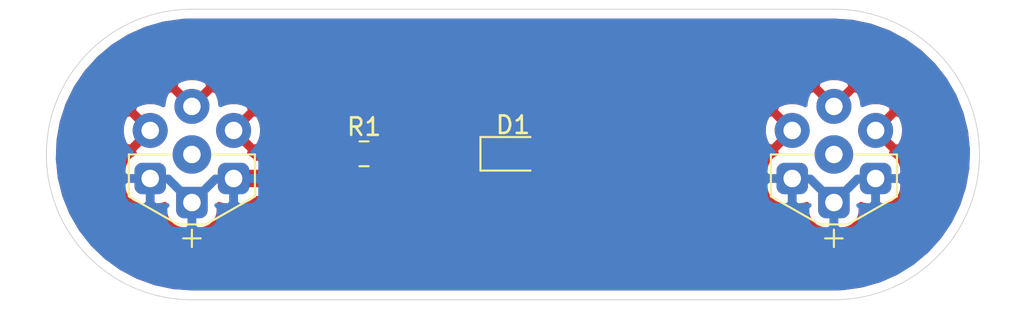
<source format=kicad_pcb>
(kicad_pcb (version 20171130) (host pcbnew "(5.1.5)-3")

  (general
    (thickness 1.6)
    (drawings 4)
    (tracks 15)
    (zones 0)
    (modules 4)
    (nets 4)
  )

  (page A4)
  (layers
    (0 F.Cu signal)
    (31 B.Cu signal)
    (32 B.Adhes user)
    (33 F.Adhes user)
    (34 B.Paste user)
    (35 F.Paste user)
    (36 B.SilkS user)
    (37 F.SilkS user)
    (38 B.Mask user hide)
    (39 F.Mask user)
    (40 Dwgs.User user)
    (41 Cmts.User user)
    (42 Eco1.User user hide)
    (43 Eco2.User user hide)
    (44 Edge.Cuts user)
    (45 Margin user)
    (46 B.CrtYd user)
    (47 F.CrtYd user)
    (48 B.Fab user)
    (49 F.Fab user)
  )

  (setup
    (last_trace_width 1)
    (user_trace_width 0.5)
    (user_trace_width 0.75)
    (user_trace_width 1)
    (trace_clearance 0.2)
    (zone_clearance 0.508)
    (zone_45_only no)
    (trace_min 0.2)
    (via_size 0.8)
    (via_drill 0.4)
    (via_min_size 0.4)
    (via_min_drill 0.3)
    (uvia_size 0.3)
    (uvia_drill 0.1)
    (uvias_allowed no)
    (uvia_min_size 0.2)
    (uvia_min_drill 0.1)
    (edge_width 0.05)
    (segment_width 0.2)
    (pcb_text_width 0.3)
    (pcb_text_size 1.5 1.5)
    (mod_edge_width 0.12)
    (mod_text_size 1 1)
    (mod_text_width 0.15)
    (pad_size 1.8 1.8)
    (pad_drill 1)
    (pad_to_mask_clearance 0.051)
    (solder_mask_min_width 0.25)
    (aux_axis_origin 0 0)
    (visible_elements 7FFFFFFF)
    (pcbplotparams
      (layerselection 0x010f0_ffffffff)
      (usegerberextensions false)
      (usegerberattributes false)
      (usegerberadvancedattributes false)
      (creategerberjobfile false)
      (excludeedgelayer true)
      (linewidth 0.100000)
      (plotframeref false)
      (viasonmask false)
      (mode 1)
      (useauxorigin false)
      (hpglpennumber 1)
      (hpglpenspeed 20)
      (hpglpendiameter 15.000000)
      (psnegative false)
      (psa4output false)
      (plotreference true)
      (plotvalue false)
      (plotinvisibletext false)
      (padsonsilk true)
      (subtractmaskfromsilk false)
      (outputformat 1)
      (mirror false)
      (drillshape 0)
      (scaleselection 1)
      (outputdirectory "Gerbers/"))
  )

  (net 0 "")
  (net 1 "Net-(D1-Pad1)")
  (net 2 GND)
  (net 3 +5V)

  (net_class Default "This is the default net class."
    (clearance 0.2)
    (trace_width 0.25)
    (via_dia 0.8)
    (via_drill 0.4)
    (uvia_dia 0.3)
    (uvia_drill 0.1)
    (add_net +5V)
    (add_net GND)
    (add_net "Net-(D1-Pad1)")
  )

  (net_class Pad ""
    (clearance 0.1)
    (trace_width 0.25)
    (via_dia 0.8)
    (via_drill 0.4)
    (uvia_dia 0.3)
    (uvia_drill 0.1)
  )

  (module "Stacked desk light:Conn_hex" (layer F.Cu) (tedit 6027D00C) (tstamp 6026C4D0)
    (at 81.662804 99.939092 90)
    (path /602753EA)
    (fp_text reference H2 (at 0 4.1 90) (layer F.Fab)
      (effects (font (size 1 1) (thickness 0.15)))
    )
    (fp_text value Hex_Conn (at 0 -4.1 90) (layer F.Fab)
      (effects (font (size 1 1) (thickness 0.15)))
    )
    (fp_line (start -4 0.8) (end -2.4 3.6) (layer F.SilkS) (width 0.12))
    (fp_line (start -2.4 -3.6) (end -4 -0.8) (layer F.SilkS) (width 0.12))
    (fp_line (start -4 -0.8) (end -4 0.8) (layer F.SilkS) (width 0.12))
    (fp_line (start 0 3.6) (end -2.4 3.6) (layer F.SilkS) (width 0.12))
    (fp_line (start 0 -3.6) (end -2.4 -3.6) (layer F.SilkS) (width 0.12))
    (fp_line (start 0 3.6) (end 0 1.2) (layer F.SilkS) (width 0.12))
    (fp_line (start 0 -3.6) (end 0 -1.2) (layer F.SilkS) (width 0.12))
    (fp_line (start -5.3 0) (end -4.3 0) (layer F.SilkS) (width 0.12))
    (fp_line (start -4.8 -0.5) (end -4.8 0.5) (layer F.SilkS) (width 0.12))
    (fp_line (start 4 0) (end 2 3.464102) (layer F.CrtYd) (width 0.05))
    (fp_line (start 4 0) (end 2 -3.464102) (layer F.CrtYd) (width 0.05))
    (fp_line (start 2 -3.464102) (end -2 -3.464102) (layer F.CrtYd) (width 0.05))
    (fp_line (start -2 -3.464102) (end -4 0) (layer F.CrtYd) (width 0.05))
    (fp_line (start -4 0) (end -2 3.464102) (layer F.CrtYd) (width 0.05))
    (fp_line (start -2 3.464102) (end 2 3.464102) (layer F.CrtYd) (width 0.05))
    (fp_line (start 0 0) (end -2 -3.464102) (layer Dwgs.User) (width 0.05))
    (fp_line (start 0 0) (end 2 3.464102) (layer Dwgs.User) (width 0.05))
    (fp_line (start 0 0) (end 1.375 -2.38157) (layer Dwgs.User) (width 0.05))
    (fp_line (start 0 0) (end -1.375 2.38157) (layer Dwgs.User) (width 0.05))
    (pad "" thru_hole circle (at 0 0 90) (size 2.2 2.2) (drill 1) (layers *.Cu *.Mask))
    (pad 1 thru_hole circle (at 1.375 -2.38157 90) (size 2 2) (drill 1) (layers *.Cu *.Mask)
      (net 2 GND))
    (pad 2 thru_hole circle (at 2.75 0 90) (size 2 2) (drill 1) (layers *.Cu *.Mask)
      (net 2 GND))
    (pad 3 thru_hole circle (at 1.375 2.38157 90) (size 2 2) (drill 1) (layers *.Cu *.Mask)
      (net 2 GND))
    (pad 4 thru_hole roundrect (at -1.375 2.38157 90) (size 1.8 1.8) (drill 1) (layers *.Cu *.Mask) (roundrect_rratio 0.25)
      (net 3 +5V))
    (pad 5 thru_hole roundrect (at -2.75 0 90) (size 1.8 1.8) (drill 1) (layers *.Cu *.Mask) (roundrect_rratio 0.25)
      (net 3 +5V))
    (pad 6 thru_hole roundrect (at -1.375 -2.38157 90) (size 1.8 1.8) (drill 1) (layers *.Cu *.Mask) (roundrect_rratio 0.25)
      (net 3 +5V))
  )

  (module "Stacked desk light:Conn_hex" (layer F.Cu) (tedit 6027D00C) (tstamp 60265DE1)
    (at 118.337168 99.939092 90)
    (path /60265E79)
    (fp_text reference H1 (at 0 4.1 90) (layer F.Fab)
      (effects (font (size 1 1) (thickness 0.15)))
    )
    (fp_text value Hex_Conn (at 0 -4.1 90) (layer F.Fab)
      (effects (font (size 1 1) (thickness 0.15)))
    )
    (fp_line (start -4 0.8) (end -2.4 3.6) (layer F.SilkS) (width 0.12))
    (fp_line (start -2.4 -3.6) (end -4 -0.8) (layer F.SilkS) (width 0.12))
    (fp_line (start -4 -0.8) (end -4 0.8) (layer F.SilkS) (width 0.12))
    (fp_line (start 0 3.6) (end -2.4 3.6) (layer F.SilkS) (width 0.12))
    (fp_line (start 0 -3.6) (end -2.4 -3.6) (layer F.SilkS) (width 0.12))
    (fp_line (start 0 3.6) (end 0 1.2) (layer F.SilkS) (width 0.12))
    (fp_line (start 0 -3.6) (end 0 -1.2) (layer F.SilkS) (width 0.12))
    (fp_line (start -5.3 0) (end -4.3 0) (layer F.SilkS) (width 0.12))
    (fp_line (start -4.8 -0.5) (end -4.8 0.5) (layer F.SilkS) (width 0.12))
    (fp_line (start 4 0) (end 2 3.464102) (layer F.CrtYd) (width 0.05))
    (fp_line (start 4 0) (end 2 -3.464102) (layer F.CrtYd) (width 0.05))
    (fp_line (start 2 -3.464102) (end -2 -3.464102) (layer F.CrtYd) (width 0.05))
    (fp_line (start -2 -3.464102) (end -4 0) (layer F.CrtYd) (width 0.05))
    (fp_line (start -4 0) (end -2 3.464102) (layer F.CrtYd) (width 0.05))
    (fp_line (start -2 3.464102) (end 2 3.464102) (layer F.CrtYd) (width 0.05))
    (fp_line (start 0 0) (end -2 -3.464102) (layer Dwgs.User) (width 0.05))
    (fp_line (start 0 0) (end 2 3.464102) (layer Dwgs.User) (width 0.05))
    (fp_line (start 0 0) (end 1.375 -2.38157) (layer Dwgs.User) (width 0.05))
    (fp_line (start 0 0) (end -1.375 2.38157) (layer Dwgs.User) (width 0.05))
    (pad "" thru_hole circle (at 0 0 90) (size 2.2 2.2) (drill 1) (layers *.Cu *.Mask))
    (pad 1 thru_hole circle (at 1.375 -2.38157 90) (size 2 2) (drill 1) (layers *.Cu *.Mask)
      (net 2 GND))
    (pad 2 thru_hole circle (at 2.75 0 90) (size 2 2) (drill 1) (layers *.Cu *.Mask)
      (net 2 GND))
    (pad 3 thru_hole circle (at 1.375 2.38157 90) (size 2 2) (drill 1) (layers *.Cu *.Mask)
      (net 2 GND))
    (pad 4 thru_hole roundrect (at -1.375 2.38157 90) (size 1.8 1.8) (drill 1) (layers *.Cu *.Mask) (roundrect_rratio 0.25)
      (net 3 +5V))
    (pad 5 thru_hole roundrect (at -2.75 0 90) (size 1.8 1.8) (drill 1) (layers *.Cu *.Mask) (roundrect_rratio 0.25)
      (net 3 +5V))
    (pad 6 thru_hole roundrect (at -1.375 -2.38157 90) (size 1.8 1.8) (drill 1) (layers *.Cu *.Mask) (roundrect_rratio 0.25)
      (net 3 +5V))
  )

  (module Resistor_SMD:R_0805_2012Metric_Pad1.15x1.40mm_HandSolder (layer F.Cu) (tedit 5B36C52B) (tstamp 6021D82A)
    (at 91.495 99.9 180)
    (descr "Resistor SMD 0805 (2012 Metric), square (rectangular) end terminal, IPC_7351 nominal with elongated pad for handsoldering. (Body size source: https://docs.google.com/spreadsheets/d/1BsfQQcO9C6DZCsRaXUlFlo91Tg2WpOkGARC1WS5S8t0/edit?usp=sharing), generated with kicad-footprint-generator")
    (tags "resistor handsolder")
    (path /6022914C)
    (attr smd)
    (fp_text reference R1 (at -0.005 1.54) (layer F.SilkS)
      (effects (font (size 1 1) (thickness 0.15)))
    )
    (fp_text value 150 (at -0.005 -1.66) (layer F.Fab)
      (effects (font (size 1 1) (thickness 0.15)))
    )
    (fp_text user %R (at 0 0) (layer F.Fab)
      (effects (font (size 0.5 0.5) (thickness 0.08)))
    )
    (fp_line (start 1.85 0.95) (end -1.85 0.95) (layer F.CrtYd) (width 0.05))
    (fp_line (start 1.85 -0.95) (end 1.85 0.95) (layer F.CrtYd) (width 0.05))
    (fp_line (start -1.85 -0.95) (end 1.85 -0.95) (layer F.CrtYd) (width 0.05))
    (fp_line (start -1.85 0.95) (end -1.85 -0.95) (layer F.CrtYd) (width 0.05))
    (fp_line (start -0.261252 0.71) (end 0.261252 0.71) (layer F.SilkS) (width 0.12))
    (fp_line (start -0.261252 -0.71) (end 0.261252 -0.71) (layer F.SilkS) (width 0.12))
    (fp_line (start 1 0.6) (end -1 0.6) (layer F.Fab) (width 0.1))
    (fp_line (start 1 -0.6) (end 1 0.6) (layer F.Fab) (width 0.1))
    (fp_line (start -1 -0.6) (end 1 -0.6) (layer F.Fab) (width 0.1))
    (fp_line (start -1 0.6) (end -1 -0.6) (layer F.Fab) (width 0.1))
    (pad 2 smd roundrect (at 1.025 0 180) (size 1.15 1.4) (layers F.Cu F.Paste F.Mask) (roundrect_rratio 0.217391)
      (net 3 +5V))
    (pad 1 smd roundrect (at -1.025 0 180) (size 1.15 1.4) (layers F.Cu F.Paste F.Mask) (roundrect_rratio 0.217391)
      (net 1 "Net-(D1-Pad1)"))
    (model ${KISYS3DMOD}/Resistor_SMD.3dshapes/R_0805_2012Metric.wrl
      (at (xyz 0 0 0))
      (scale (xyz 1 1 1))
      (rotate (xyz 0 0 0))
    )
  )

  (module LED_SMD:LED_0805_2012Metric_Pad1.15x1.40mm_HandSolder (layer F.Cu) (tedit 5B4B45C9) (tstamp 6022F6F1)
    (at 100.005 99.9)
    (descr "LED SMD 0805 (2012 Metric), square (rectangular) end terminal, IPC_7351 nominal, (Body size source: https://docs.google.com/spreadsheets/d/1BsfQQcO9C6DZCsRaXUlFlo91Tg2WpOkGARC1WS5S8t0/edit?usp=sharing), generated with kicad-footprint-generator")
    (tags "LED handsolder")
    (path /60229134)
    (attr smd)
    (fp_text reference D1 (at 0 -1.65) (layer F.SilkS)
      (effects (font (size 1 1) (thickness 0.15)))
    )
    (fp_text value LED (at 0 1.65) (layer F.Fab)
      (effects (font (size 1 1) (thickness 0.15)))
    )
    (fp_text user %R (at 0 0) (layer F.Fab)
      (effects (font (size 0.5 0.5) (thickness 0.08)))
    )
    (fp_line (start 1.85 0.95) (end -1.85 0.95) (layer F.CrtYd) (width 0.05))
    (fp_line (start 1.85 -0.95) (end 1.85 0.95) (layer F.CrtYd) (width 0.05))
    (fp_line (start -1.85 -0.95) (end 1.85 -0.95) (layer F.CrtYd) (width 0.05))
    (fp_line (start -1.85 0.95) (end -1.85 -0.95) (layer F.CrtYd) (width 0.05))
    (fp_line (start -1.86 0.96) (end 1 0.96) (layer F.SilkS) (width 0.12))
    (fp_line (start -1.86 -0.96) (end -1.86 0.96) (layer F.SilkS) (width 0.12))
    (fp_line (start 1 -0.96) (end -1.86 -0.96) (layer F.SilkS) (width 0.12))
    (fp_line (start 1 0.6) (end 1 -0.6) (layer F.Fab) (width 0.1))
    (fp_line (start -1 0.6) (end 1 0.6) (layer F.Fab) (width 0.1))
    (fp_line (start -1 -0.3) (end -1 0.6) (layer F.Fab) (width 0.1))
    (fp_line (start -0.7 -0.6) (end -1 -0.3) (layer F.Fab) (width 0.1))
    (fp_line (start 1 -0.6) (end -0.7 -0.6) (layer F.Fab) (width 0.1))
    (pad 2 smd roundrect (at 1.025 0) (size 1.15 1.4) (layers F.Cu F.Paste F.Mask) (roundrect_rratio 0.217391)
      (net 2 GND))
    (pad 1 smd roundrect (at -1.025 0) (size 1.15 1.4) (layers F.Cu F.Paste F.Mask) (roundrect_rratio 0.217391)
      (net 1 "Net-(D1-Pad1)"))
    (model ${KISYS3DMOD}/LED_SMD.3dshapes/LED_0805_2012Metric.wrl
      (at (xyz 0 0 0))
      (scale (xyz 1 1 1))
      (rotate (xyz 0 0 0))
    )
  )

  (gr_line (start 81.662804 108.251903) (end 118.337168 108.251903) (layer Edge.Cuts) (width 0.05) (tstamp 6026C648))
  (gr_line (start 118.337168 91.626281) (end 81.662804 91.626281) (layer Edge.Cuts) (width 0.05) (tstamp 6026C647))
  (gr_arc (start 118.337168 99.939092) (end 118.337168 108.251903) (angle -180) (layer Edge.Cuts) (width 0.05) (tstamp 6026C642))
  (gr_arc (start 81.662804 99.939092) (end 81.662804 91.626281) (angle -180) (layer Edge.Cuts) (width 0.05))

  (segment (start 92.53 99.93) (end 92.52 99.94) (width 0.5) (layer F.Cu) (net 1))
  (segment (start 98.98 99.93) (end 92.53 99.93) (width 0.5) (layer F.Cu) (net 1))
  (segment (start 90.47 99.94) (end 90.47 100.64) (width 1) (layer F.Cu) (net 3))
  (segment (start 116.987168 101.339092) (end 118.337168 102.689092) (width 0.5) (layer B.Cu) (net 3))
  (segment (start 115.955598 101.339092) (end 116.987168 101.339092) (width 0.5) (layer B.Cu) (net 3))
  (segment (start 119.687168 101.339092) (end 118.337168 102.689092) (width 0.5) (layer B.Cu) (net 3))
  (segment (start 120.718738 101.339092) (end 119.687168 101.339092) (width 0.5) (layer B.Cu) (net 3))
  (segment (start 80.312804 101.339092) (end 81.662804 102.689092) (width 0.5) (layer B.Cu) (net 3))
  (segment (start 79.281234 101.339092) (end 80.312804 101.339092) (width 0.5) (layer B.Cu) (net 3))
  (segment (start 83.012804 101.339092) (end 81.662804 102.689092) (width 0.5) (layer B.Cu) (net 3))
  (segment (start 84.044374 101.339092) (end 83.012804 101.339092) (width 0.5) (layer B.Cu) (net 3))
  (segment (start 84.944374 101.314092) (end 84.948466 101.31) (width 1) (layer F.Cu) (net 3))
  (segment (start 84.044374 101.314092) (end 84.944374 101.314092) (width 1) (layer F.Cu) (net 3))
  (segment (start 89.8 101.31) (end 90.47 100.64) (width 1) (layer F.Cu) (net 3))
  (segment (start 84.948466 101.31) (end 89.8 101.31) (width 1) (layer F.Cu) (net 3))

  (zone (net 2) (net_name GND) (layer F.Cu) (tstamp 6026C5F3) (hatch edge 0.508)
    (connect_pads (clearance 0.508))
    (min_thickness 0.254)
    (fill yes (arc_segments 32) (thermal_gap 0.508) (thermal_bridge_width 0.508))
    (polygon
      (pts
        (xy 123.9 91.215) (xy 129.2 100) (xy 123.295 109.08) (xy 76.305 108.52) (xy 70.7 99.6)
        (xy 76.3 91.185)
      )
    )
    (filled_polygon
      (pts
        (xy 119.40201 92.362354) (xy 120.446123 92.584286) (xy 121.449193 92.949374) (xy 122.391691 93.450509) (xy 123.255261 94.077931)
        (xy 124.023116 94.81944) (xy 124.6803 95.660596) (xy 125.214023 96.585031) (xy 125.61389 97.574739) (xy 125.872129 98.610477)
        (xy 125.983707 99.672065) (xy 125.946454 100.738861) (xy 125.761094 101.790086) (xy 125.431237 102.80528) (xy 124.963303 103.764688)
        (xy 124.366397 104.649638) (xy 123.652136 105.442906) (xy 122.834434 106.12904) (xy 121.929188 106.694699) (xy 120.954033 107.128867)
        (xy 119.92794 107.423094) (xy 118.859439 107.573262) (xy 118.325646 107.591903) (xy 81.685848 107.591903) (xy 80.597961 107.51583)
        (xy 79.553849 107.293898) (xy 78.550779 106.92881) (xy 77.60829 106.42768) (xy 76.74471 105.800253) (xy 75.976856 105.058744)
        (xy 75.319672 104.217588) (xy 74.785951 103.293155) (xy 74.386082 102.303445) (xy 74.127843 101.267706) (xy 74.085422 100.864092)
        (xy 77.743162 100.864092) (xy 77.743162 101.764092) (xy 77.764069 101.976364) (xy 77.825987 102.180479) (xy 77.926535 102.368592)
        (xy 78.061851 102.533475) (xy 78.226734 102.668791) (xy 78.414847 102.769339) (xy 78.618962 102.831257) (xy 78.831234 102.852164)
        (xy 79.731234 102.852164) (xy 79.943506 102.831257) (xy 80.124732 102.776282) (xy 80.124732 103.139092) (xy 80.145639 103.351364)
        (xy 80.207557 103.555479) (xy 80.308105 103.743592) (xy 80.443421 103.908475) (xy 80.608304 104.043791) (xy 80.796417 104.144339)
        (xy 81.000532 104.206257) (xy 81.212804 104.227164) (xy 82.112804 104.227164) (xy 82.325076 104.206257) (xy 82.529191 104.144339)
        (xy 82.717304 104.043791) (xy 82.882187 103.908475) (xy 83.017503 103.743592) (xy 83.118051 103.555479) (xy 83.179969 103.351364)
        (xy 83.200876 103.139092) (xy 83.200876 102.776282) (xy 83.382102 102.831257) (xy 83.594374 102.852164) (xy 84.494374 102.852164)
        (xy 84.706646 102.831257) (xy 84.910761 102.769339) (xy 85.098874 102.668791) (xy 85.263757 102.533475) (xy 85.336367 102.445)
        (xy 89.744249 102.445) (xy 89.8 102.450491) (xy 89.855751 102.445) (xy 89.855752 102.445) (xy 90.022499 102.428577)
        (xy 90.236447 102.363676) (xy 90.433623 102.258284) (xy 90.606449 102.116449) (xy 90.641996 102.073135) (xy 91.233135 101.481996)
        (xy 91.276449 101.446449) (xy 91.418284 101.273623) (xy 91.523676 101.076447) (xy 91.554068 100.97626) (xy 91.557191 100.965964)
        (xy 91.567038 100.977962) (xy 91.701613 101.088405) (xy 91.855149 101.170472) (xy 92.021745 101.221008) (xy 92.194999 101.238072)
        (xy 92.845001 101.238072) (xy 93.018255 101.221008) (xy 93.184851 101.170472) (xy 93.338387 101.088405) (xy 93.472962 100.977962)
        (xy 93.583405 100.843387) (xy 93.598578 100.815) (xy 97.901422 100.815) (xy 97.916595 100.843387) (xy 98.027038 100.977962)
        (xy 98.161613 101.088405) (xy 98.315149 101.170472) (xy 98.481745 101.221008) (xy 98.654999 101.238072) (xy 99.305001 101.238072)
        (xy 99.478255 101.221008) (xy 99.644851 101.170472) (xy 99.798387 101.088405) (xy 99.932962 100.977962) (xy 99.938342 100.971406)
        (xy 100.003815 101.051185) (xy 100.100506 101.130537) (xy 100.21082 101.189502) (xy 100.330518 101.225812) (xy 100.455 101.238072)
        (xy 100.74425 101.235) (xy 100.903 101.07625) (xy 100.903 100.027) (xy 101.157 100.027) (xy 101.157 101.07625)
        (xy 101.31575 101.235) (xy 101.605 101.238072) (xy 101.729482 101.225812) (xy 101.84918 101.189502) (xy 101.959494 101.130537)
        (xy 102.056185 101.051185) (xy 102.135537 100.954494) (xy 102.183858 100.864092) (xy 114.417526 100.864092) (xy 114.417526 101.764092)
        (xy 114.438433 101.976364) (xy 114.500351 102.180479) (xy 114.600899 102.368592) (xy 114.736215 102.533475) (xy 114.901098 102.668791)
        (xy 115.089211 102.769339) (xy 115.293326 102.831257) (xy 115.505598 102.852164) (xy 116.405598 102.852164) (xy 116.61787 102.831257)
        (xy 116.799096 102.776282) (xy 116.799096 103.139092) (xy 116.820003 103.351364) (xy 116.881921 103.555479) (xy 116.982469 103.743592)
        (xy 117.117785 103.908475) (xy 117.282668 104.043791) (xy 117.470781 104.144339) (xy 117.674896 104.206257) (xy 117.887168 104.227164)
        (xy 118.787168 104.227164) (xy 118.99944 104.206257) (xy 119.203555 104.144339) (xy 119.391668 104.043791) (xy 119.556551 103.908475)
        (xy 119.691867 103.743592) (xy 119.792415 103.555479) (xy 119.854333 103.351364) (xy 119.87524 103.139092) (xy 119.87524 102.776282)
        (xy 120.056466 102.831257) (xy 120.268738 102.852164) (xy 121.168738 102.852164) (xy 121.38101 102.831257) (xy 121.585125 102.769339)
        (xy 121.773238 102.668791) (xy 121.938121 102.533475) (xy 122.073437 102.368592) (xy 122.173985 102.180479) (xy 122.235903 101.976364)
        (xy 122.25681 101.764092) (xy 122.25681 100.864092) (xy 122.235903 100.65182) (xy 122.173985 100.447705) (xy 122.073437 100.259592)
        (xy 121.938121 100.094709) (xy 121.773238 99.959393) (xy 121.611691 99.873045) (xy 121.674546 99.699505) (xy 120.718738 98.743697)
        (xy 120.704596 98.75784) (xy 120.524991 98.578235) (xy 120.539133 98.564092) (xy 120.898343 98.564092) (xy 121.854151 99.5199)
        (xy 122.118552 99.424136) (xy 122.259442 99.134521) (xy 122.341122 98.822984) (xy 122.360456 98.501497) (xy 122.316699 98.182417)
        (xy 122.211533 97.878004) (xy 122.118552 97.704048) (xy 121.854151 97.608284) (xy 120.898343 98.564092) (xy 120.539133 98.564092)
        (xy 120.524991 98.54995) (xy 120.704596 98.370345) (xy 120.718738 98.384487) (xy 121.674546 97.428679) (xy 121.578782 97.164278)
        (xy 121.289167 97.023388) (xy 120.97763 96.941708) (xy 120.656143 96.922374) (xy 120.337063 96.966131) (xy 120.03265 97.071297)
        (xy 119.975505 97.101842) (xy 119.935129 96.807417) (xy 119.829963 96.503004) (xy 119.736982 96.329048) (xy 119.472581 96.233284)
        (xy 118.516773 97.189092) (xy 118.530916 97.203235) (xy 118.351311 97.38284) (xy 118.337168 97.368697) (xy 118.323026 97.38284)
        (xy 118.143421 97.203235) (xy 118.157563 97.189092) (xy 117.201755 96.233284) (xy 116.937354 96.329048) (xy 116.796464 96.618663)
        (xy 116.714784 96.9302) (xy 116.703974 97.109954) (xy 116.526027 97.023388) (xy 116.21449 96.941708) (xy 115.893003 96.922374)
        (xy 115.573923 96.966131) (xy 115.26951 97.071297) (xy 115.095554 97.164278) (xy 114.99979 97.428679) (xy 115.955598 98.384487)
        (xy 115.969741 98.370345) (xy 116.149346 98.54995) (xy 116.135203 98.564092) (xy 116.149346 98.578235) (xy 115.969741 98.75784)
        (xy 115.955598 98.743697) (xy 114.99979 99.699505) (xy 115.062645 99.873045) (xy 114.901098 99.959393) (xy 114.736215 100.094709)
        (xy 114.600899 100.259592) (xy 114.500351 100.447705) (xy 114.438433 100.65182) (xy 114.417526 100.864092) (xy 102.183858 100.864092)
        (xy 102.194502 100.84418) (xy 102.230812 100.724482) (xy 102.243072 100.6) (xy 102.24 100.18575) (xy 102.08125 100.027)
        (xy 101.157 100.027) (xy 100.903 100.027) (xy 100.883 100.027) (xy 100.883 99.773) (xy 100.903 99.773)
        (xy 100.903 98.72375) (xy 101.157 98.72375) (xy 101.157 99.773) (xy 102.08125 99.773) (xy 102.24 99.61425)
        (xy 102.243072 99.2) (xy 102.230812 99.075518) (xy 102.194502 98.95582) (xy 102.135537 98.845506) (xy 102.056185 98.748815)
        (xy 101.959494 98.669463) (xy 101.879468 98.626687) (xy 114.31388 98.626687) (xy 114.357637 98.945767) (xy 114.462803 99.25018)
        (xy 114.555784 99.424136) (xy 114.820185 99.5199) (xy 115.775993 98.564092) (xy 114.820185 97.608284) (xy 114.555784 97.704048)
        (xy 114.414894 97.993663) (xy 114.333214 98.3052) (xy 114.31388 98.626687) (xy 101.879468 98.626687) (xy 101.84918 98.610498)
        (xy 101.729482 98.574188) (xy 101.605 98.561928) (xy 101.31575 98.565) (xy 101.157 98.72375) (xy 100.903 98.72375)
        (xy 100.74425 98.565) (xy 100.455 98.561928) (xy 100.330518 98.574188) (xy 100.21082 98.610498) (xy 100.100506 98.669463)
        (xy 100.003815 98.748815) (xy 99.938342 98.828594) (xy 99.932962 98.822038) (xy 99.798387 98.711595) (xy 99.644851 98.629528)
        (xy 99.478255 98.578992) (xy 99.305001 98.561928) (xy 98.654999 98.561928) (xy 98.481745 98.578992) (xy 98.315149 98.629528)
        (xy 98.161613 98.711595) (xy 98.027038 98.822038) (xy 97.916595 98.956613) (xy 97.869351 99.045) (xy 93.630649 99.045)
        (xy 93.583405 98.956613) (xy 93.472962 98.822038) (xy 93.338387 98.711595) (xy 93.184851 98.629528) (xy 93.018255 98.578992)
        (xy 92.845001 98.561928) (xy 92.194999 98.561928) (xy 92.021745 98.578992) (xy 91.855149 98.629528) (xy 91.701613 98.711595)
        (xy 91.567038 98.822038) (xy 91.495 98.909816) (xy 91.422962 98.822038) (xy 91.288387 98.711595) (xy 91.134851 98.629528)
        (xy 90.968255 98.578992) (xy 90.795001 98.561928) (xy 90.144999 98.561928) (xy 89.971745 98.578992) (xy 89.805149 98.629528)
        (xy 89.651613 98.711595) (xy 89.517038 98.822038) (xy 89.406595 98.956613) (xy 89.324528 99.110149) (xy 89.273992 99.276745)
        (xy 89.256928 99.449999) (xy 89.256928 100.175) (xy 85.32965 100.175) (xy 85.263757 100.094709) (xy 85.098874 99.959393)
        (xy 84.937327 99.873045) (xy 85.000182 99.699505) (xy 84.044374 98.743697) (xy 84.030232 98.75784) (xy 83.850627 98.578235)
        (xy 83.864769 98.564092) (xy 84.223979 98.564092) (xy 85.179787 99.5199) (xy 85.444188 99.424136) (xy 85.585078 99.134521)
        (xy 85.666758 98.822984) (xy 85.686092 98.501497) (xy 85.642335 98.182417) (xy 85.537169 97.878004) (xy 85.444188 97.704048)
        (xy 85.179787 97.608284) (xy 84.223979 98.564092) (xy 83.864769 98.564092) (xy 83.850627 98.54995) (xy 84.030232 98.370345)
        (xy 84.044374 98.384487) (xy 85.000182 97.428679) (xy 84.904418 97.164278) (xy 84.614803 97.023388) (xy 84.303266 96.941708)
        (xy 83.981779 96.922374) (xy 83.662699 96.966131) (xy 83.358286 97.071297) (xy 83.301141 97.101842) (xy 83.260765 96.807417)
        (xy 83.155599 96.503004) (xy 83.062618 96.329048) (xy 82.798217 96.233284) (xy 81.842409 97.189092) (xy 81.856552 97.203235)
        (xy 81.676947 97.38284) (xy 81.662804 97.368697) (xy 81.648662 97.38284) (xy 81.469057 97.203235) (xy 81.483199 97.189092)
        (xy 80.527391 96.233284) (xy 80.26299 96.329048) (xy 80.1221 96.618663) (xy 80.04042 96.9302) (xy 80.02961 97.109954)
        (xy 79.851663 97.023388) (xy 79.540126 96.941708) (xy 79.218639 96.922374) (xy 78.899559 96.966131) (xy 78.595146 97.071297)
        (xy 78.42119 97.164278) (xy 78.325426 97.428679) (xy 79.281234 98.384487) (xy 79.295377 98.370345) (xy 79.474982 98.54995)
        (xy 79.460839 98.564092) (xy 79.474982 98.578235) (xy 79.295377 98.75784) (xy 79.281234 98.743697) (xy 78.325426 99.699505)
        (xy 78.388281 99.873045) (xy 78.226734 99.959393) (xy 78.061851 100.094709) (xy 77.926535 100.259592) (xy 77.825987 100.447705)
        (xy 77.764069 100.65182) (xy 77.743162 100.864092) (xy 74.085422 100.864092) (xy 74.016266 100.206118) (xy 74.053518 99.139323)
        (xy 74.143909 98.626687) (xy 77.639516 98.626687) (xy 77.683273 98.945767) (xy 77.788439 99.25018) (xy 77.88142 99.424136)
        (xy 78.145821 99.5199) (xy 79.101629 98.564092) (xy 78.145821 97.608284) (xy 77.88142 97.704048) (xy 77.74053 97.993663)
        (xy 77.65885 98.3052) (xy 77.639516 98.626687) (xy 74.143909 98.626687) (xy 74.238878 98.088098) (xy 74.568735 97.072904)
        (xy 75.036669 96.113493) (xy 75.077014 96.053679) (xy 80.706996 96.053679) (xy 81.662804 97.009487) (xy 82.618612 96.053679)
        (xy 117.38136 96.053679) (xy 118.337168 97.009487) (xy 119.292976 96.053679) (xy 119.197212 95.789278) (xy 118.907597 95.648388)
        (xy 118.59606 95.566708) (xy 118.274573 95.547374) (xy 117.955493 95.591131) (xy 117.65108 95.696297) (xy 117.477124 95.789278)
        (xy 117.38136 96.053679) (xy 82.618612 96.053679) (xy 82.522848 95.789278) (xy 82.233233 95.648388) (xy 81.921696 95.566708)
        (xy 81.600209 95.547374) (xy 81.281129 95.591131) (xy 80.976716 95.696297) (xy 80.80276 95.789278) (xy 80.706996 96.053679)
        (xy 75.077014 96.053679) (xy 75.633575 95.228546) (xy 76.347836 94.435278) (xy 77.165539 93.749144) (xy 78.070783 93.183485)
        (xy 79.045937 92.749318) (xy 80.072032 92.45509) (xy 81.140535 92.304922) (xy 81.674326 92.286281) (xy 118.314124 92.286281)
      )
    )
  )
  (zone (net 3) (net_name +5V) (layer B.Cu) (tstamp 6026C5F0) (hatch edge 0.508)
    (connect_pads (clearance 0.508))
    (min_thickness 0.254)
    (fill yes (arc_segments 32) (thermal_gap 0.508) (thermal_bridge_width 0.508))
    (polygon
      (pts
        (xy 123.2 91.1) (xy 129 100.1) (xy 123.2 108.9) (xy 76.3 108.9) (xy 70.9 99.7)
        (xy 76.4 91.5)
      )
    )
    (filled_polygon
      (pts
        (xy 119.40201 92.362354) (xy 120.446123 92.584286) (xy 121.449193 92.949374) (xy 122.391691 93.450509) (xy 123.255261 94.077931)
        (xy 124.023116 94.81944) (xy 124.6803 95.660596) (xy 125.214023 96.585031) (xy 125.61389 97.574739) (xy 125.872129 98.610477)
        (xy 125.983707 99.672065) (xy 125.946454 100.738861) (xy 125.761094 101.790086) (xy 125.431237 102.80528) (xy 124.963303 103.764688)
        (xy 124.366397 104.649638) (xy 123.652136 105.442906) (xy 122.834434 106.12904) (xy 121.929188 106.694699) (xy 120.954033 107.128867)
        (xy 119.92794 107.423094) (xy 118.859439 107.573262) (xy 118.325646 107.591903) (xy 81.685848 107.591903) (xy 80.597961 107.51583)
        (xy 79.553849 107.293898) (xy 78.550779 106.92881) (xy 77.60829 106.42768) (xy 76.74471 105.800253) (xy 75.976856 105.058744)
        (xy 75.319672 104.217588) (xy 74.785951 103.293155) (xy 74.386082 102.303445) (xy 74.363804 102.214092) (xy 77.743162 102.214092)
        (xy 77.755422 102.338574) (xy 77.791732 102.458272) (xy 77.850697 102.568586) (xy 77.930049 102.665277) (xy 78.02674 102.744629)
        (xy 78.137054 102.803594) (xy 78.256752 102.839904) (xy 78.381234 102.852164) (xy 78.995484 102.849092) (xy 79.154234 102.690342)
        (xy 79.154234 101.441092) (xy 77.904984 101.441092) (xy 77.746234 101.599842) (xy 77.743162 102.214092) (xy 74.363804 102.214092)
        (xy 74.127843 101.267706) (xy 74.016266 100.206118) (xy 74.053518 99.139323) (xy 74.183341 98.403059) (xy 77.646234 98.403059)
        (xy 77.646234 98.725125) (xy 77.709066 99.041004) (xy 77.832316 99.338555) (xy 78.011247 99.606344) (xy 78.207978 99.803075)
        (xy 78.137054 99.82459) (xy 78.02674 99.883555) (xy 77.930049 99.962907) (xy 77.850697 100.059598) (xy 77.791732 100.169912)
        (xy 77.755422 100.28961) (xy 77.743162 100.414092) (xy 77.746234 101.028342) (xy 77.904984 101.187092) (xy 79.154234 101.187092)
        (xy 79.154234 101.167092) (xy 79.408234 101.167092) (xy 79.408234 101.187092) (xy 79.428234 101.187092) (xy 79.428234 101.441092)
        (xy 79.408234 101.441092) (xy 79.408234 102.690342) (xy 79.566984 102.849092) (xy 80.181234 102.852164) (xy 80.258047 102.844599)
        (xy 80.127804 102.974842) (xy 80.124732 103.589092) (xy 80.136992 103.713574) (xy 80.173302 103.833272) (xy 80.232267 103.943586)
        (xy 80.311619 104.040277) (xy 80.40831 104.119629) (xy 80.518624 104.178594) (xy 80.638322 104.214904) (xy 80.762804 104.227164)
        (xy 81.377054 104.224092) (xy 81.535804 104.065342) (xy 81.535804 102.816092) (xy 81.515804 102.816092) (xy 81.515804 102.562092)
        (xy 81.535804 102.562092) (xy 81.535804 102.542092) (xy 81.789804 102.542092) (xy 81.789804 102.562092) (xy 81.809804 102.562092)
        (xy 81.809804 102.816092) (xy 81.789804 102.816092) (xy 81.789804 104.065342) (xy 81.948554 104.224092) (xy 82.562804 104.227164)
        (xy 82.687286 104.214904) (xy 82.806984 104.178594) (xy 82.917298 104.119629) (xy 83.013989 104.040277) (xy 83.093341 103.943586)
        (xy 83.152306 103.833272) (xy 83.188616 103.713574) (xy 83.200876 103.589092) (xy 83.197804 102.974842) (xy 83.067561 102.844599)
        (xy 83.144374 102.852164) (xy 83.758624 102.849092) (xy 83.917374 102.690342) (xy 83.917374 101.441092) (xy 84.171374 101.441092)
        (xy 84.171374 102.690342) (xy 84.330124 102.849092) (xy 84.944374 102.852164) (xy 85.068856 102.839904) (xy 85.188554 102.803594)
        (xy 85.298868 102.744629) (xy 85.395559 102.665277) (xy 85.474911 102.568586) (xy 85.533876 102.458272) (xy 85.570186 102.338574)
        (xy 85.582446 102.214092) (xy 114.417526 102.214092) (xy 114.429786 102.338574) (xy 114.466096 102.458272) (xy 114.525061 102.568586)
        (xy 114.604413 102.665277) (xy 114.701104 102.744629) (xy 114.811418 102.803594) (xy 114.931116 102.839904) (xy 115.055598 102.852164)
        (xy 115.669848 102.849092) (xy 115.828598 102.690342) (xy 115.828598 101.441092) (xy 114.579348 101.441092) (xy 114.420598 101.599842)
        (xy 114.417526 102.214092) (xy 85.582446 102.214092) (xy 85.579374 101.599842) (xy 85.420624 101.441092) (xy 84.171374 101.441092)
        (xy 83.917374 101.441092) (xy 83.897374 101.441092) (xy 83.897374 101.187092) (xy 83.917374 101.187092) (xy 83.917374 101.167092)
        (xy 84.171374 101.167092) (xy 84.171374 101.187092) (xy 85.420624 101.187092) (xy 85.579374 101.028342) (xy 85.582446 100.414092)
        (xy 85.570186 100.28961) (xy 85.533876 100.169912) (xy 85.474911 100.059598) (xy 85.395559 99.962907) (xy 85.298868 99.883555)
        (xy 85.188554 99.82459) (xy 85.11763 99.803075) (xy 85.314361 99.606344) (xy 85.493292 99.338555) (xy 85.616542 99.041004)
        (xy 85.679374 98.725125) (xy 85.679374 98.403059) (xy 114.320598 98.403059) (xy 114.320598 98.725125) (xy 114.38343 99.041004)
        (xy 114.50668 99.338555) (xy 114.685611 99.606344) (xy 114.882342 99.803075) (xy 114.811418 99.82459) (xy 114.701104 99.883555)
        (xy 114.604413 99.962907) (xy 114.525061 100.059598) (xy 114.466096 100.169912) (xy 114.429786 100.28961) (xy 114.417526 100.414092)
        (xy 114.420598 101.028342) (xy 114.579348 101.187092) (xy 115.828598 101.187092) (xy 115.828598 101.167092) (xy 116.082598 101.167092)
        (xy 116.082598 101.187092) (xy 116.102598 101.187092) (xy 116.102598 101.441092) (xy 116.082598 101.441092) (xy 116.082598 102.690342)
        (xy 116.241348 102.849092) (xy 116.855598 102.852164) (xy 116.932411 102.844599) (xy 116.802168 102.974842) (xy 116.799096 103.589092)
        (xy 116.811356 103.713574) (xy 116.847666 103.833272) (xy 116.906631 103.943586) (xy 116.985983 104.040277) (xy 117.082674 104.119629)
        (xy 117.192988 104.178594) (xy 117.312686 104.214904) (xy 117.437168 104.227164) (xy 118.051418 104.224092) (xy 118.210168 104.065342)
        (xy 118.210168 102.816092) (xy 118.190168 102.816092) (xy 118.190168 102.562092) (xy 118.210168 102.562092) (xy 118.210168 102.542092)
        (xy 118.464168 102.542092) (xy 118.464168 102.562092) (xy 118.484168 102.562092) (xy 118.484168 102.816092) (xy 118.464168 102.816092)
        (xy 118.464168 104.065342) (xy 118.622918 104.224092) (xy 119.237168 104.227164) (xy 119.36165 104.214904) (xy 119.481348 104.178594)
        (xy 119.591662 104.119629) (xy 119.688353 104.040277) (xy 119.767705 103.943586) (xy 119.82667 103.833272) (xy 119.86298 103.713574)
        (xy 119.87524 103.589092) (xy 119.872168 102.974842) (xy 119.741925 102.844599) (xy 119.818738 102.852164) (xy 120.432988 102.849092)
        (xy 120.591738 102.690342) (xy 120.591738 101.441092) (xy 120.845738 101.441092) (xy 120.845738 102.690342) (xy 121.004488 102.849092)
        (xy 121.618738 102.852164) (xy 121.74322 102.839904) (xy 121.862918 102.803594) (xy 121.973232 102.744629) (xy 122.069923 102.665277)
        (xy 122.149275 102.568586) (xy 122.20824 102.458272) (xy 122.24455 102.338574) (xy 122.25681 102.214092) (xy 122.253738 101.599842)
        (xy 122.094988 101.441092) (xy 120.845738 101.441092) (xy 120.591738 101.441092) (xy 120.571738 101.441092) (xy 120.571738 101.187092)
        (xy 120.591738 101.187092) (xy 120.591738 101.167092) (xy 120.845738 101.167092) (xy 120.845738 101.187092) (xy 122.094988 101.187092)
        (xy 122.253738 101.028342) (xy 122.25681 100.414092) (xy 122.24455 100.28961) (xy 122.20824 100.169912) (xy 122.149275 100.059598)
        (xy 122.069923 99.962907) (xy 121.973232 99.883555) (xy 121.862918 99.82459) (xy 121.791994 99.803075) (xy 121.988725 99.606344)
        (xy 122.167656 99.338555) (xy 122.290906 99.041004) (xy 122.353738 98.725125) (xy 122.353738 98.403059) (xy 122.290906 98.08718)
        (xy 122.167656 97.789629) (xy 121.988725 97.52184) (xy 121.76099 97.294105) (xy 121.493201 97.115174) (xy 121.19565 96.991924)
        (xy 120.879771 96.929092) (xy 120.557705 96.929092) (xy 120.241826 96.991924) (xy 119.972168 97.10362) (xy 119.972168 97.028059)
        (xy 119.909336 96.71218) (xy 119.786086 96.414629) (xy 119.607155 96.14684) (xy 119.37942 95.919105) (xy 119.111631 95.740174)
        (xy 118.81408 95.616924) (xy 118.498201 95.554092) (xy 118.176135 95.554092) (xy 117.860256 95.616924) (xy 117.562705 95.740174)
        (xy 117.294916 95.919105) (xy 117.067181 96.14684) (xy 116.88825 96.414629) (xy 116.765 96.71218) (xy 116.702168 97.028059)
        (xy 116.702168 97.10362) (xy 116.43251 96.991924) (xy 116.116631 96.929092) (xy 115.794565 96.929092) (xy 115.478686 96.991924)
        (xy 115.181135 97.115174) (xy 114.913346 97.294105) (xy 114.685611 97.52184) (xy 114.50668 97.789629) (xy 114.38343 98.08718)
        (xy 114.320598 98.403059) (xy 85.679374 98.403059) (xy 85.616542 98.08718) (xy 85.493292 97.789629) (xy 85.314361 97.52184)
        (xy 85.086626 97.294105) (xy 84.818837 97.115174) (xy 84.521286 96.991924) (xy 84.205407 96.929092) (xy 83.883341 96.929092)
        (xy 83.567462 96.991924) (xy 83.297804 97.10362) (xy 83.297804 97.028059) (xy 83.234972 96.71218) (xy 83.111722 96.414629)
        (xy 82.932791 96.14684) (xy 82.705056 95.919105) (xy 82.437267 95.740174) (xy 82.139716 95.616924) (xy 81.823837 95.554092)
        (xy 81.501771 95.554092) (xy 81.185892 95.616924) (xy 80.888341 95.740174) (xy 80.620552 95.919105) (xy 80.392817 96.14684)
        (xy 80.213886 96.414629) (xy 80.090636 96.71218) (xy 80.027804 97.028059) (xy 80.027804 97.10362) (xy 79.758146 96.991924)
        (xy 79.442267 96.929092) (xy 79.120201 96.929092) (xy 78.804322 96.991924) (xy 78.506771 97.115174) (xy 78.238982 97.294105)
        (xy 78.011247 97.52184) (xy 77.832316 97.789629) (xy 77.709066 98.08718) (xy 77.646234 98.403059) (xy 74.183341 98.403059)
        (xy 74.238878 98.088098) (xy 74.568735 97.072904) (xy 75.036669 96.113493) (xy 75.633575 95.228546) (xy 76.347836 94.435278)
        (xy 77.165539 93.749144) (xy 78.070783 93.183485) (xy 79.045937 92.749318) (xy 80.072032 92.45509) (xy 81.140535 92.304922)
        (xy 81.674326 92.286281) (xy 118.314124 92.286281)
      )
    )
  )
)

</source>
